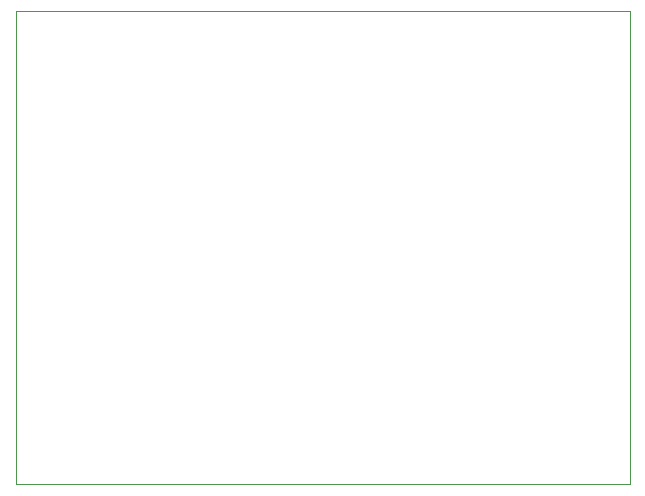
<source format=gbr>
%TF.GenerationSoftware,KiCad,Pcbnew,9.0.6*%
%TF.CreationDate,2025-11-17T15:00:12+03:00*%
%TF.ProjectId,TempControl4ch,54656d70-436f-46e7-9472-6f6c3463682e,rev?*%
%TF.SameCoordinates,Original*%
%TF.FileFunction,Profile,NP*%
%FSLAX46Y46*%
G04 Gerber Fmt 4.6, Leading zero omitted, Abs format (unit mm)*
G04 Created by KiCad (PCBNEW 9.0.6) date 2025-11-17 15:00:12*
%MOMM*%
%LPD*%
G01*
G04 APERTURE LIST*
%TA.AperFunction,Profile*%
%ADD10C,0.050000*%
%TD*%
G04 APERTURE END LIST*
D10*
X118000000Y-58000000D02*
X170000000Y-58000000D01*
X170000000Y-98000000D01*
X118000000Y-98000000D01*
X118000000Y-58000000D01*
M02*

</source>
